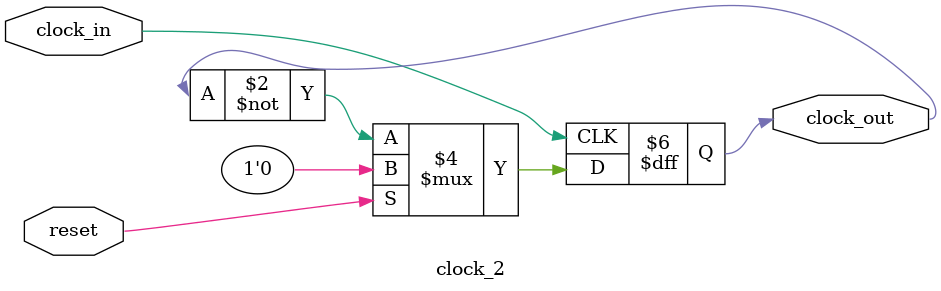
<source format=v>
module clock_2 (clock_in, reset, clock_out);
	output reg clock_out;
	input clock_in;
	input reset;

	always @(posedge clock_in)
	begin
	if (reset)
		clock_out <= 1'b0;
	else
		clock_out <= ~clock_out;	
	end
endmodule

</source>
